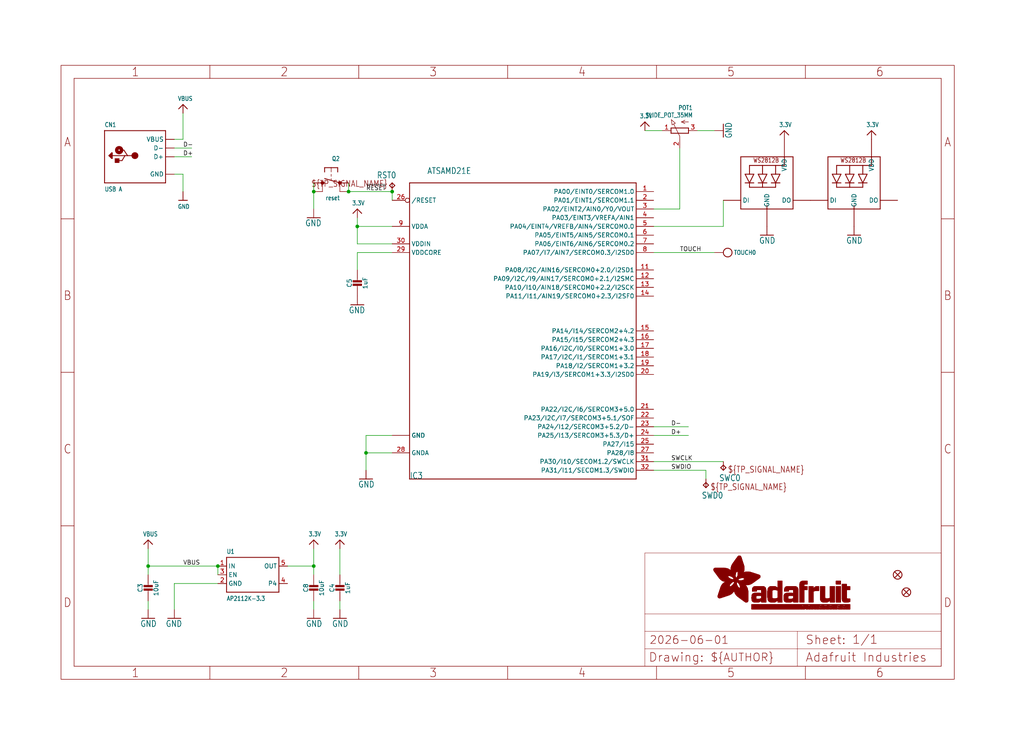
<source format=kicad_sch>
(kicad_sch (version 20230121) (generator eeschema)
  (paper "User" 298.45 217.322)
  (lib_symbols
    (symbol "working-eagle-import:3.3V" (power)
      (property "Value" "3.3V" (at -1.524 1.016 0))
      (symbol "3.3V_1_0"
        (pin power_in line (at 0 -2.54 90) (length 2.54) (name "3.3V") (number "1"))
      )
    )
    (symbol "working-eagle-import:ATSAMD21E"
      (property "Reference" "IC" (at -35.56 -43.18 0))
      (symbol "ATSAMD21E_1_0"
        (pin bidirectional line (at 35.56 40.64 180) (length 5.08) (name "PA00/EINT0/SERCOM1.0") (number "1"))
        (pin power_in line (at -40.64 -30.48 0) (length 5.08) (name "GND") (number "10"))
        (pin bidirectional line (at 35.56 17.78 180) (length 5.08) (name "PA08/I2C/AIN16/SERCOM0+2.0/I2SD1") (number "11"))
        (pin bidirectional line (at 35.56 15.24 180) (length 5.08) (name "PA09/I2C/I9/AIN17/SERCOM0+2.1/I2SMC") (number "12"))
        (pin bidirectional line (at 35.56 12.7 180) (length 5.08) (name "PA10/I10/AIN18/SERCOM0+2.2/I2SCK") (number "13"))
        (pin bidirectional line (at 35.56 10.16 180) (length 5.08) (name "PA11/I11/AIN19/SERCOM0+2.3/I2SF0") (number "14"))
        (pin bidirectional line (at 35.56 0 180) (length 5.08) (name "PA14/I14/SERCOM2+4.2") (number "15"))
        (pin bidirectional line (at 35.56 -2.54 180) (length 5.08) (name "PA15/I15/SERCOM2+4.3") (number "16"))
        (pin bidirectional line (at 35.56 -5.08 180) (length 5.08) (name "PA16/I2C/I0/SERCOM1+3.0") (number "17"))
        (pin bidirectional line (at 35.56 -7.62 180) (length 5.08) (name "PA17/I2C/I1/SERCOM1+3.1") (number "18"))
        (pin bidirectional line (at 35.56 -10.16 180) (length 5.08) (name "PA18/I2/SERCOM1+3.2") (number "19"))
        (pin bidirectional line (at 35.56 38.1 180) (length 5.08) (name "PA01/EINT1/SERCOM1.1") (number "2"))
        (pin bidirectional line (at 35.56 -12.7 180) (length 5.08) (name "PA19/I3/SERCOM1+3.3/I2SD0") (number "20"))
        (pin bidirectional line (at 35.56 -22.86 180) (length 5.08) (name "PA22/I2C/I6/SERCOM3+5.0") (number "21"))
        (pin bidirectional line (at 35.56 -25.4 180) (length 5.08) (name "PA23/I2C/I7/SERCOM3+5.1/SOF") (number "22"))
        (pin bidirectional line (at 35.56 -27.94 180) (length 5.08) (name "PA24/I12/SERCOM3+5.2/D-") (number "23"))
        (pin bidirectional line (at 35.56 -30.48 180) (length 5.08) (name "PA25/I13/SERCOM3+5.3/D+") (number "24"))
        (pin bidirectional line (at 35.56 -33.02 180) (length 5.08) (name "PA27/I15") (number "25"))
        (pin bidirectional inverted (at -40.64 38.1 0) (length 5.08) (name "/RESET") (number "26"))
        (pin bidirectional line (at 35.56 -35.56 180) (length 5.08) (name "PA28/I8") (number "27"))
        (pin power_in line (at -40.64 -35.56 0) (length 5.08) (name "GNDA") (number "28"))
        (pin power_in line (at -40.64 22.86 0) (length 5.08) (name "VDDCORE") (number "29"))
        (pin bidirectional line (at 35.56 35.56 180) (length 5.08) (name "PA02/EINT2/AIN0/Y0/VOUT") (number "3"))
        (pin power_in line (at -40.64 25.4 0) (length 5.08) (name "VDDIN") (number "30"))
        (pin bidirectional line (at 35.56 -38.1 180) (length 5.08) (name "PA30/I10/SECOM1.2/SWCLK") (number "31"))
        (pin bidirectional line (at 35.56 -40.64 180) (length 5.08) (name "PA31/I11/SECOM1.3/SWDIO") (number "32"))
        (pin power_in line (at -40.64 -30.48 0) (length 5.08) (name "GND") (number "33"))
        (pin bidirectional line (at 35.56 33.02 180) (length 5.08) (name "PA03/EINT3/VREFA/AIN1") (number "4"))
        (pin bidirectional line (at 35.56 30.48 180) (length 5.08) (name "PA04/EINT4/VREFB/AIN4/SERCOM0.0") (number "5"))
        (pin bidirectional line (at 35.56 27.94 180) (length 5.08) (name "PA05/EINT5/AIN5/SERCOM0.1") (number "6"))
        (pin bidirectional line (at 35.56 25.4 180) (length 5.08) (name "PA06/EINT6/AIN6/SERCOM0.2") (number "7"))
        (pin bidirectional line (at 35.56 22.86 180) (length 5.08) (name "PA07/I7/AIN7/SERCOM0.3/I2SD0") (number "8"))
        (pin power_in line (at -40.64 30.48 0) (length 5.08) (name "VDDA") (number "9"))
      )
    )
    (symbol "working-eagle-import:CAP_CERAMIC0603_NO"
      (property "Reference" "C" (at -2.29 1.25 90))
      (symbol "CAP_CERAMIC0603_NO_1_0"
        (pin passive line (at 0 5.08 270) (length 2.54) (name "1") (number "1"))
        (pin passive line (at 0 -2.54 90) (length 2.54) (name "2") (number "2"))
      )
    )
    (symbol "working-eagle-import:CAP_CERAMIC0805-NOOUTLINE"
      (property "Reference" "C" (at -2.29 1.25 90))
      (symbol "CAP_CERAMIC0805-NOOUTLINE_1_0"
        (pin passive line (at 0 5.08 270) (length 2.54) (name "1") (number "1"))
        (pin passive line (at 0 -2.54 90) (length 2.54) (name "2") (number "2"))
      )
    )
    (symbol "working-eagle-import:FIDUCIAL_1MM")
    (symbol "working-eagle-import:FRAME_A4_ADAFRUIT"
      (symbol "FRAME_A4_ADAFRUIT_1_0"
        (text "${#}/${##}" (at 230.505 10.16 0) (effects (font (size 2.54 2.54)) (justify left bottom)))
        (text "${AUTHOR}" (at 189.23 5.08 0) (effects (font (size 2.286 2.286)) (justify left bottom)))
        (text "${CURRENT_DATE}" (at 171.45 10.16 0) (effects (font (size 2.286 2.286)) (justify left bottom)))
        (text "${PROJECTNAME}" (at 171.45 15.24 0) (effects (font (size 2.54 2.54)) (justify left bottom)))
        (text "1" (at 21.6958 1.905 0) (effects (font (size 2.54 2.286))))
        (text "1" (at 21.6958 177.165 0) (effects (font (size 2.54 2.286))))
        (text "2" (at 65.0875 1.905 0) (effects (font (size 2.54 2.286))))
        (text "2" (at 65.0875 177.165 0) (effects (font (size 2.54 2.286))))
        (text "3" (at 108.4792 1.905 0) (effects (font (size 2.54 2.286))))
        (text "3" (at 108.4792 177.165 0) (effects (font (size 2.54 2.286))))
        (text "4" (at 151.8708 1.905 0) (effects (font (size 2.54 2.286))))
        (text "4" (at 151.8708 177.165 0) (effects (font (size 2.54 2.286))))
        (text "5" (at 195.2625 1.905 0) (effects (font (size 2.54 2.286))))
        (text "5" (at 195.2625 177.165 0) (effects (font (size 2.54 2.286))))
        (text "6" (at 238.6542 1.905 0) (effects (font (size 2.54 2.286))))
        (text "6" (at 238.6542 177.165 0) (effects (font (size 2.54 2.286))))
        (text "A" (at 1.905 156.6863 0) (effects (font (size 2.54 2.286))))
        (text "A" (at 258.445 156.6863 0) (effects (font (size 2.54 2.286))))
        (text "Adafruit Industries" (at 216.916 4.953 0) (effects (font (size 2.54 2.54)) (justify left bottom)))
        (text "B" (at 1.905 111.9188 0) (effects (font (size 2.54 2.286))))
        (text "B" (at 258.445 111.9188 0) (effects (font (size 2.54 2.286))))
        (text "C" (at 1.905 67.1513 0) (effects (font (size 2.54 2.286))))
        (text "C" (at 258.445 67.1513 0) (effects (font (size 2.54 2.286))))
        (text "D" (at 1.905 22.3838 0) (effects (font (size 2.54 2.286))))
        (text "D" (at 258.445 22.3838 0) (effects (font (size 2.54 2.286))))
        (text "Drawing:" (at 171.196 4.953 0) (effects (font (size 2.54 2.54)) (justify left bottom)))
        (text "Sheet:" (at 216.916 10.033 0) (effects (font (size 2.54 2.54)) (justify left bottom)))
      )
    )
    (symbol "working-eagle-import:GND" (power)
      (property "Value" "GND" (at -1.524 -2.54 0))
      (symbol "GND_1_0"
        (pin power_in line (at 0 2.54 270) (length 2.54) (name "GND") (number "1"))
      )
    )
    (symbol "working-eagle-import:SLIDE_POT_35MM"
      (property "Reference" "POT" (at -5.969 -3.81 90))
      (symbol "SLIDE_POT_35MM_1_0"
        (pin passive line (at 0 5.08 270) (length 2.54) (name "E") (number "1"))
        (pin passive line (at 5.08 0 180) (length 2.54) (name "S") (number "2"))
        (pin passive line (at 0 -5.08 90) (length 2.54) (name "A") (number "3"))
      )
    )
    (symbol "working-eagle-import:SWITCH_TACT_SMT4.6X2.8"
      (property "Reference" "SW" (at -2.54 6.35 0))
      (symbol "SWITCH_TACT_SMT4.6X2.8_1_0"
        (pin passive line (at -5.08 0 0) (length 2.54) (name "P") (number "A"))
        (pin passive line (at -5.08 -2.54 0) (length 2.54) (name "P1") (number "A'"))
        (pin passive line (at 5.08 0 180) (length 2.54) (name "S") (number "B"))
        (pin passive line (at 5.08 -2.54 180) (length 2.54) (name "S1") (number "B'"))
      )
    )
    (symbol "working-eagle-import:TESTPOINTROUND0.5MM"
      (property "Reference" "TP" (at 0 5.588 90))
      (symbol "TESTPOINTROUND0.5MM_1_0"
        (pin bidirectional line (at 0 0 90) (length 2.54) (name "P$1") (number "P$1"))
      )
    )
    (symbol "working-eagle-import:TPTP15R"
      (property "Reference" "TP" (at -1.27 1.27 0))
      (symbol "TPTP15R_1_0"
        (text "${TP_SIGNAL_NAME}" (at 1.27 -1.27 0) (effects (font (size 1.778 1.5113)) (justify left bottom)))
        (pin input line (at 0 -2.54 90) (length 2.54) (name "TP") (number "TP"))
      )
    )
    (symbol "working-eagle-import:TPTP16R"
      (property "Reference" "TP" (at -1.27 1.27 0))
      (symbol "TPTP16R_1_0"
        (text "${TP_SIGNAL_NAME}" (at 1.27 -1.27 0) (effects (font (size 1.778 1.5113)) (justify left bottom)))
        (pin input line (at 0 -2.54 90) (length 2.54) (name "TP") (number "TP"))
      )
    )
    (symbol "working-eagle-import:USB_TYPEAPCB"
      (property "Reference" "X" (at -10.16 8.636 0))
      (symbol "USB_TYPEAPCB_1_0"
        (pin power_in line (at 10.16 -5.08 180) (length 2.54) (name "GND") (number "GND"))
        (pin bidirectional line (at 10.16 2.54 180) (length 2.54) (name "D-") (number "USB_NEG"))
        (pin bidirectional line (at 10.16 0 180) (length 2.54) (name "D+") (number "USB_PLUS"))
        (pin power_in line (at 10.16 5.08 180) (length 2.54) (name "VBUS") (number "VCC"))
      )
    )
    (symbol "working-eagle-import:VBUS" (power)
      (property "Value" "VBUS" (at -1.524 1.016 0))
      (symbol "VBUS_1_0"
        (pin power_in line (at 0 -2.54 90) (length 2.54) (name "VBUS") (number "1"))
      )
    )
    (symbol "working-eagle-import:VREG_SOT23-5"
      (property "Reference" "U" (at -7.62 6.096 0))
      (symbol "VREG_SOT23-5_1_0"
        (pin power_in line (at -10.16 2.54 0) (length 2.54) (name "IN") (number "1"))
        (pin power_in line (at -10.16 -2.54 0) (length 2.54) (name "GND") (number "2"))
        (pin input line (at -10.16 0 0) (length 2.54) (name "EN") (number "3"))
        (pin bidirectional line (at 10.16 -2.54 180) (length 2.54) (name "P4") (number "4"))
        (pin power_in line (at 10.16 2.54 180) (length 2.54) (name "OUT") (number "5"))
      )
    )
    (symbol "working-eagle-import:WS2812B_SK6812E"
      (symbol "WS2812B_SK6812E_1_0"
        (text "WS2812B" (at -4.064 8.382 0) (effects (font (size 1.27 1.0795)) (justify left bottom)))
        (pin power_in line (at 5.08 15.24 270) (length 5.08) (name "VDD") (number "1-VDD"))
        (pin output line (at 12.7 -2.54 180) (length 5.08) (name "DO") (number "2-DOUT"))
        (pin power_in line (at 0 -10.16 90) (length 5.08) (name "GND") (number "3-GND"))
        (pin input line (at -12.7 -2.54 0) (length 5.08) (name "DI") (number "4-DIN"))
      )
    )
    (symbol "working-eagle-import:supply1_GND" (power)
      (property "Value" "supply1_GND" (at -2.54 -2.54 0))
      (symbol "supply1_GND_1_0"
        (pin power_in line (at 0 2.54 270) (length 2.54) (name "GND") (number "1"))
      )
    )
  )
  (junction (at 91.44 55.88))
  (junction (at 114.3 55.88))
  (junction (at 101.6 55.88))
  (junction (at 91.44 165.1))
  (junction (at 106.68 132.08))
  (junction (at 104.14 66.04))
  (junction (at 43.18 165.1))
  (junction (at 63.5 165.1))
  (wire (pts (xy 53.34 50.8) (xy 53.34 55.88)) (stroke (width 0.1524)))
  (wire (pts (xy 190.5 134.62) (xy 210.82 134.62)) (stroke (width 0.1524)))
  (wire (pts (xy 91.44 165.1) (xy 91.44 167.64)) (stroke (width 0.1524)))
  (wire (pts (xy 50.8 43.18) (xy 55.88 43.18)) (stroke (width 0.1524)))
  (wire (pts (xy 106.68 127) (xy 106.68 132.08)) (stroke (width 0.1524)))
  (wire (pts (xy 104.14 66.04) (xy 104.14 63.5)) (stroke (width 0.1524)))
  (wire (pts (xy 198.12 43.18) (xy 198.12 60.96)) (stroke (width 0.1524)))
  (wire (pts (xy 193.04 38.1) (xy 187.96 38.1)) (stroke (width 0.1524)))
  (wire (pts (xy 43.18 165.1) (xy 43.18 160.02)) (stroke (width 0.1524)))
  (wire (pts (xy 50.8 45.72) (xy 55.88 45.72)) (stroke (width 0.1524)))
  (wire (pts (xy 104.14 73.66) (xy 104.14 78.74)) (stroke (width 0.1524)))
  (wire (pts (xy 43.18 167.64) (xy 43.18 165.1)) (stroke (width 0.1524)))
  (wire (pts (xy 101.6 55.88) (xy 101.6 53.34)) (stroke (width 0.1524)))
  (wire (pts (xy 101.6 55.88) (xy 114.3 55.88)) (stroke (width 0.1524)))
  (wire (pts (xy 190.5 66.04) (xy 210.82 66.04)) (stroke (width 0.1524)))
  (wire (pts (xy 106.68 132.08) (xy 106.68 137.16)) (stroke (width 0.1524)))
  (wire (pts (xy 114.3 66.04) (xy 104.14 66.04)) (stroke (width 0.1524)))
  (wire (pts (xy 91.44 177.8) (xy 91.44 175.26)) (stroke (width 0.1524)))
  (wire (pts (xy 50.8 40.64) (xy 53.34 40.64)) (stroke (width 0.1524)))
  (wire (pts (xy 91.44 160.02) (xy 91.44 165.1)) (stroke (width 0.1524)))
  (wire (pts (xy 43.18 165.1) (xy 63.5 165.1)) (stroke (width 0.1524)))
  (wire (pts (xy 50.8 50.8) (xy 53.34 50.8)) (stroke (width 0.1524)))
  (wire (pts (xy 200.66 127) (xy 190.5 127)) (stroke (width 0.1524)))
  (wire (pts (xy 91.44 165.1) (xy 83.82 165.1)) (stroke (width 0.1524)))
  (wire (pts (xy 190.5 124.46) (xy 200.66 124.46)) (stroke (width 0.1524)))
  (wire (pts (xy 203.2 38.1) (xy 208.28 38.1)) (stroke (width 0.1524)))
  (wire (pts (xy 91.44 53.34) (xy 91.44 55.88)) (stroke (width 0.1524)))
  (wire (pts (xy 53.34 33.02) (xy 53.34 40.64)) (stroke (width 0.1524)))
  (wire (pts (xy 43.18 177.8) (xy 43.18 175.26)) (stroke (width 0.1524)))
  (wire (pts (xy 210.82 66.04) (xy 210.82 58.42)) (stroke (width 0.1524)))
  (wire (pts (xy 114.3 55.88) (xy 114.3 58.42)) (stroke (width 0.1524)))
  (wire (pts (xy 114.3 132.08) (xy 106.68 132.08)) (stroke (width 0.1524)))
  (wire (pts (xy 190.5 73.66) (xy 208.28 73.66)) (stroke (width 0.1524)))
  (wire (pts (xy 114.3 73.66) (xy 104.14 73.66)) (stroke (width 0.1524)))
  (wire (pts (xy 190.5 137.16) (xy 205.74 137.16)) (stroke (width 0.1524)))
  (wire (pts (xy 190.5 60.96) (xy 198.12 60.96)) (stroke (width 0.1524)))
  (wire (pts (xy 104.14 71.12) (xy 104.14 66.04)) (stroke (width 0.1524)))
  (wire (pts (xy 63.5 167.64) (xy 63.5 165.1)) (stroke (width 0.1524)))
  (wire (pts (xy 205.74 137.16) (xy 205.74 139.7)) (stroke (width 0.1524)))
  (wire (pts (xy 99.06 160.02) (xy 99.06 167.64)) (stroke (width 0.1524)))
  (wire (pts (xy 114.3 71.12) (xy 104.14 71.12)) (stroke (width 0.1524)))
  (wire (pts (xy 99.06 177.8) (xy 99.06 175.26)) (stroke (width 0.1524)))
  (wire (pts (xy 114.3 127) (xy 106.68 127)) (stroke (width 0.1524)))
  (wire (pts (xy 63.5 170.18) (xy 50.8 170.18)) (stroke (width 0.1524)))
  (wire (pts (xy 50.8 170.18) (xy 50.8 177.8)) (stroke (width 0.1524)))
  (wire (pts (xy 91.44 60.96) (xy 91.44 55.88)) (stroke (width 0.1524)))
  (label "SWCLK" (at 195.58 134.62 0) (effects (font (size 1.2446 1.2446))))
  (label "VBUS" (at 53.34 165.1 0) (effects (font (size 1.2446 1.2446))))
  (label "D-" (at 195.58 124.46 0) (effects (font (size 1.2446 1.2446))))
  (label "SWDIO" (at 195.58 137.16 0) (effects (font (size 1.2446 1.2446))))
  (label "D+" (at 53.34 45.72 0) (effects (font (size 1.2446 1.2446))))
  (label "D+" (at 195.58 127 0) (effects (font (size 1.2446 1.2446))))
  (label "TOUCH" (at 198.12 73.66 0) (effects (font (size 1.2446 1.2446))))
  (label "~{RESET}" (at 106.68 55.88 0) (effects (font (size 1.2446 1.2446))))
  (label "D-" (at 53.34 43.18 0) (effects (font (size 1.2446 1.2446))))
  (symbol (lib_id "working-eagle-import:TESTPOINTROUND0.5MM") (at 208.28 73.66 270) (unit 1)
    (property "Reference" "TOUCH0" (at 213.868 73.66 90) (effects (font (size 1.27 1.0795)) (justify left)))
    (property "Value" "TESTPOINTROUND0.5MM" (effects hide))
    (property "Footprint" "working:TESTPOINT_ROUND_0.5MM" (effects hide))
  )
  (symbol (lib_id "working-eagle-import:TPTP15R") (at 210.82 137.16 0) (mirror x) (unit 1)
    (property "Reference" "SWC0" (at 209.55 138.43 0) (effects (font (size 1.778 1.5113)) (justify left bottom)))
    (property "Value" "TPTP15R" (effects hide))
    (property "Footprint" "working:TP15R" (effects hide))
  )
  (symbol (lib_id "working-eagle-import:supply1_GND") (at 106.68 139.7 0) (mirror y) (unit 1)
    (property "Reference" "#GND18" (effects hide))
    (property "Value" "GND" (at 109.22 142.24 0) (effects (font (size 1.778 1.5113)) (justify left bottom)))
  )
  (symbol (lib_id "working-eagle-import:GND") (at 53.34 58.42 0) (unit 1)
    (property "Reference" "#U$2" (effects hide))
    (property "Value" "GND" (at 51.816 60.96 0) (effects (font (size 1.27 1.0795)) (justify left bottom)))
  )
  (symbol (lib_id "working-eagle-import:supply1_GND") (at 210.82 38.1 90) (mirror x) (unit 1)
    (property "Reference" "#GND2" (effects hide))
    (property "Value" "GND" (at 213.36 35.56 0) (effects (font (size 1.778 1.5113)) (justify left bottom)))
  )
  (symbol (lib_id "working-eagle-import:supply1_GND") (at 50.8 180.34 0) (unit 1)
    (property "Reference" "#GND11" (effects hide))
    (property "Value" "GND" (at 48.26 182.88 0) (effects (font (size 1.778 1.5113)) (justify left bottom)))
  )
  (symbol (lib_id "working-eagle-import:3.3V") (at 187.96 35.56 0) (unit 1)
    (property "Reference" "#U$5" (effects hide))
    (property "Value" "3.3V" (at 186.436 34.544 0) (effects (font (size 1.27 1.0795)) (justify left bottom)))
  )
  (symbol (lib_id "working-eagle-import:CAP_CERAMIC0805-NOOUTLINE") (at 43.18 172.72 0) (unit 1)
    (property "Reference" "C3" (at 40.89 171.47 90))
    (property "Value" "10uF" (at 45.48 171.47 90))
    (property "Footprint" "working:0805-NO" (effects hide))
  )
  (symbol (lib_id "working-eagle-import:FIDUCIAL_1MM") (at 264.16 172.72 0) (unit 1)
    (property "Reference" "FID2" (effects hide))
    (property "Value" "FIDUCIAL_1MM" (effects hide))
    (property "Footprint" "working:FIDUCIAL_1MM" (effects hide))
  )
  (symbol (lib_id "working-eagle-import:3.3V") (at 104.14 60.96 0) (unit 1)
    (property "Reference" "#U$18" (effects hide))
    (property "Value" "3.3V" (at 102.616 59.944 0) (effects (font (size 1.27 1.0795)) (justify left bottom)))
  )
  (symbol (lib_id "working-eagle-import:WS2812B_SK6812E") (at 248.92 55.88 0) (unit 1)
    (property "Reference" "LED2" (effects hide))
    (property "Value" "WS2812B_SK6812E" (effects hide))
    (property "Footprint" "working:NEO3535_REVERSE" (effects hide))
  )
  (symbol (lib_id "working-eagle-import:ATSAMD21E") (at 154.94 96.52 0) (unit 1)
    (property "Reference" "IC3" (at 119.38 139.7 0) (effects (font (size 1.778 1.5113)) (justify left bottom)))
    (property "Value" "ATSAMD21E" (at 124.46 50.8 0) (effects (font (size 1.778 1.5113)) (justify left bottom)))
    (property "Footprint" "working:QFN32_5MM" (effects hide))
  )
  (symbol (lib_id "working-eagle-import:supply1_GND") (at 91.44 180.34 0) (mirror y) (unit 1)
    (property "Reference" "#GND12" (effects hide))
    (property "Value" "GND" (at 93.98 182.88 0) (effects (font (size 1.778 1.5113)) (justify left bottom)))
  )
  (symbol (lib_id "working-eagle-import:FIDUCIAL_1MM") (at 261.62 167.64 0) (unit 1)
    (property "Reference" "FID1" (effects hide))
    (property "Value" "FIDUCIAL_1MM" (effects hide))
    (property "Footprint" "working:FIDUCIAL_1MM" (effects hide))
  )
  (symbol (lib_id "working-eagle-import:supply1_GND") (at 223.52 68.58 0) (mirror y) (unit 1)
    (property "Reference" "#GND6" (effects hide))
    (property "Value" "GND" (at 226.06 71.12 0) (effects (font (size 1.778 1.5113)) (justify left bottom)))
  )
  (symbol (lib_id "working-eagle-import:supply1_GND") (at 99.06 180.34 0) (mirror y) (unit 1)
    (property "Reference" "#GND5" (effects hide))
    (property "Value" "GND" (at 101.6 182.88 0) (effects (font (size 1.778 1.5113)) (justify left bottom)))
  )
  (symbol (lib_id "working-eagle-import:3.3V") (at 91.44 157.48 0) (unit 1)
    (property "Reference" "#U$17" (effects hide))
    (property "Value" "3.3V" (at 89.916 156.464 0) (effects (font (size 1.27 1.0795)) (justify left bottom)))
  )
  (symbol (lib_id "working-eagle-import:SWITCH_TACT_SMT4.6X2.8") (at 96.52 53.34 0) (mirror y) (unit 1)
    (property "Reference" "Q2" (at 99.06 46.99 0) (effects (font (size 1.27 1.0795)) (justify left bottom)))
    (property "Value" "reset" (at 99.06 58.42 0) (effects (font (size 1.27 1.0795)) (justify left bottom)))
    (property "Footprint" "working:BTN_KMR2_4.6X2.8" (effects hide))
  )
  (symbol (lib_id "working-eagle-import:TPTP16R") (at 205.74 142.24 0) (mirror x) (unit 1)
    (property "Reference" "SWD0" (at 204.47 143.51 0) (effects (font (size 1.778 1.5113)) (justify left bottom)))
    (property "Value" "TPTP16R" (effects hide))
    (property "Footprint" "working:TP16R" (effects hide))
  )
  (symbol (lib_id "working-eagle-import:supply1_GND") (at 248.92 68.58 0) (mirror y) (unit 1)
    (property "Reference" "#GND1" (effects hide))
    (property "Value" "GND" (at 251.46 71.12 0) (effects (font (size 1.778 1.5113)) (justify left bottom)))
  )
  (symbol (lib_id "working-eagle-import:VREG_SOT23-5") (at 73.66 167.64 0) (unit 1)
    (property "Reference" "U1" (at 66.04 161.544 0) (effects (font (size 1.27 1.0795)) (justify left bottom)))
    (property "Value" "AP2112K-3.3" (at 66.04 175.26 0) (effects (font (size 1.27 1.0795)) (justify left bottom)))
    (property "Footprint" "working:SOT23-5" (effects hide))
  )
  (symbol (lib_id "working-eagle-import:USB_TYPEAPCB") (at 40.64 45.72 0) (unit 1)
    (property "Reference" "CN1" (at 30.48 37.084 0) (effects (font (size 1.27 1.0795)) (justify left bottom)))
    (property "Value" "USB A" (at 30.48 55.88 0) (effects (font (size 1.27 1.0795)) (justify left bottom)))
    (property "Footprint" "working:USBA_PCB" (effects hide))
  )
  (symbol (lib_id "working-eagle-import:TPTP16R") (at 114.3 53.34 0) (mirror y) (unit 1)
    (property "Reference" "RST0" (at 115.57 52.07 0) (effects (font (size 1.778 1.5113)) (justify left bottom)))
    (property "Value" "TPTP16R" (effects hide))
    (property "Footprint" "working:TP16R" (effects hide))
  )
  (symbol (lib_id "working-eagle-import:FRAME_A4_ADAFRUIT") (at 17.78 198.12 0) (unit 1)
    (property "Reference" "#U$1" (effects hide))
    (property "Value" "FRAME_A4_ADAFRUIT" (effects hide))
  )
  (symbol (lib_id "working-eagle-import:supply1_GND") (at 91.44 63.5 0) (unit 1)
    (property "Reference" "#GND14" (effects hide))
    (property "Value" "GND" (at 88.9 66.04 0) (effects (font (size 1.778 1.5113)) (justify left bottom)))
  )
  (symbol (lib_id "working-eagle-import:supply1_GND") (at 104.14 88.9 0) (unit 1)
    (property "Reference" "#GND7" (effects hide))
    (property "Value" "GND" (at 101.6 91.44 0) (effects (font (size 1.778 1.5113)) (justify left bottom)))
  )
  (symbol (lib_id "working-eagle-import:CAP_CERAMIC0805-NOOUTLINE") (at 91.44 172.72 0) (unit 1)
    (property "Reference" "C8" (at 89.15 171.47 90))
    (property "Value" "10uF" (at 93.74 171.47 90))
    (property "Footprint" "working:0805-NO" (effects hide))
  )
  (symbol (lib_id "working-eagle-import:3.3V") (at 254 38.1 0) (unit 1)
    (property "Reference" "#U$4" (effects hide))
    (property "Value" "3.3V" (at 252.476 37.084 0) (effects (font (size 1.27 1.0795)) (justify left bottom)))
  )
  (symbol (lib_id "working-eagle-import:SLIDE_POT_35MM") (at 198.12 38.1 90) (mirror x) (unit 1)
    (property "Reference" "POT1" (at 201.93 32.131 90) (effects (font (size 1.27 1.0795)) (justify left bottom)))
    (property "Value" "SLIDE_POT_35MM" (at 201.93 34.29 90) (effects (font (size 1.27 1.0795)) (justify left bottom)))
    (property "Footprint" "working:SLIDE_POT_35MM" (effects hide))
  )
  (symbol (lib_id "working-eagle-import:CAP_CERAMIC0603_NO") (at 99.06 172.72 0) (unit 1)
    (property "Reference" "C4" (at 96.77 171.47 90))
    (property "Value" "1uF" (at 101.36 171.47 90))
    (property "Footprint" "working:0603-NO" (effects hide))
  )
  (symbol (lib_id "working-eagle-import:CAP_CERAMIC0603_NO") (at 104.14 83.82 0) (unit 1)
    (property "Reference" "C5" (at 101.85 82.57 90))
    (property "Value" "1uF" (at 106.44 82.57 90))
    (property "Footprint" "working:0603-NO" (effects hide))
  )
  (symbol (lib_id "working-eagle-import:supply1_GND") (at 43.18 180.34 0) (mirror y) (unit 1)
    (property "Reference" "#GND3" (effects hide))
    (property "Value" "GND" (at 45.72 182.88 0) (effects (font (size 1.778 1.5113)) (justify left bottom)))
  )
  (symbol (lib_id "working-eagle-import:3.3V") (at 99.06 157.48 0) (unit 1)
    (property "Reference" "#U$20" (effects hide))
    (property "Value" "3.3V" (at 97.536 156.464 0) (effects (font (size 1.27 1.0795)) (justify left bottom)))
  )
  (symbol (lib_id "working-eagle-import:3.3V") (at 228.6 38.1 0) (unit 1)
    (property "Reference" "#U$3" (effects hide))
    (property "Value" "3.3V" (at 227.076 37.084 0) (effects (font (size 1.27 1.0795)) (justify left bottom)))
  )
  (symbol (lib_id "working-eagle-import:VBUS") (at 53.34 30.48 0) (unit 1)
    (property "Reference" "#U$15" (effects hide))
    (property "Value" "VBUS" (at 51.816 29.464 0) (effects (font (size 1.27 1.0795)) (justify left bottom)))
  )
  (symbol (lib_id "working-eagle-import:VBUS") (at 43.18 157.48 0) (unit 1)
    (property "Reference" "#U$13" (effects hide))
    (property "Value" "VBUS" (at 41.656 156.464 0) (effects (font (size 1.27 1.0795)) (justify left bottom)))
  )
  (symbol (lib_id "working-eagle-import:WS2812B_SK6812E") (at 223.52 55.88 0) (unit 1)
    (property "Reference" "LED1" (effects hide))
    (property "Value" "WS2812B_SK6812E" (effects hide))
    (property "Footprint" "working:NEO3535_REVERSE" (effects hide))
  )
)
</source>
